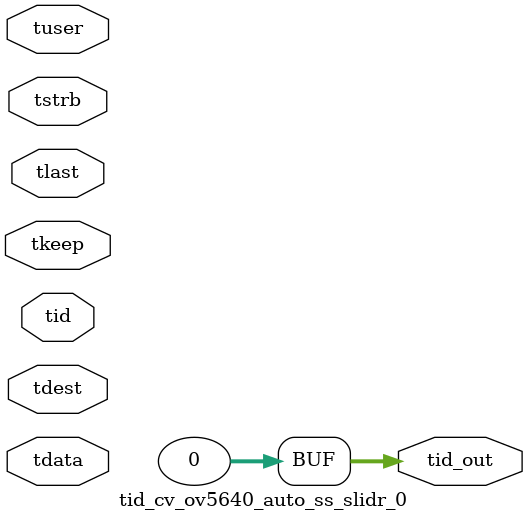
<source format=v>


`timescale 1ps/1ps

module tid_cv_ov5640_auto_ss_slidr_0 #
(
parameter C_S_AXIS_TID_WIDTH   = 1,
parameter C_S_AXIS_TUSER_WIDTH = 0,
parameter C_S_AXIS_TDATA_WIDTH = 0,
parameter C_S_AXIS_TDEST_WIDTH = 0,
parameter C_M_AXIS_TID_WIDTH   = 32
)
(
input  [(C_S_AXIS_TID_WIDTH   == 0 ? 1 : C_S_AXIS_TID_WIDTH)-1:0       ] tid,
input  [(C_S_AXIS_TDATA_WIDTH == 0 ? 1 : C_S_AXIS_TDATA_WIDTH)-1:0     ] tdata,
input  [(C_S_AXIS_TUSER_WIDTH == 0 ? 1 : C_S_AXIS_TUSER_WIDTH)-1:0     ] tuser,
input  [(C_S_AXIS_TDEST_WIDTH == 0 ? 1 : C_S_AXIS_TDEST_WIDTH)-1:0     ] tdest,
input  [(C_S_AXIS_TDATA_WIDTH/8)-1:0 ] tkeep,
input  [(C_S_AXIS_TDATA_WIDTH/8)-1:0 ] tstrb,
input                                                                    tlast,
output [(C_M_AXIS_TID_WIDTH   == 0 ? 1 : C_M_AXIS_TID_WIDTH)-1:0       ] tid_out
);

assign tid_out = {1'b0};

endmodule


</source>
